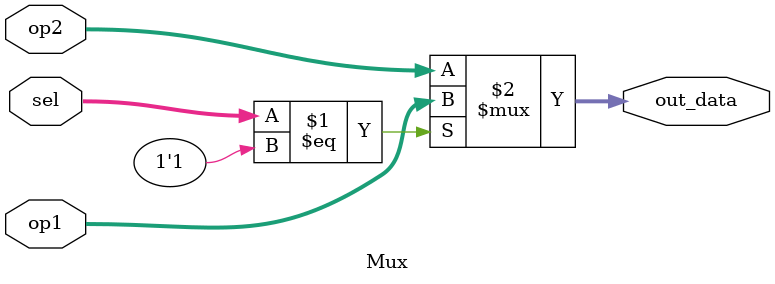
<source format=sv>
`timescale 1ns / 1ps


module Mux(
    input logic [31:0]  op1,
    input logic [31:0]  op2,
    input logic [1:0]   sel,
    output logic[31:0]  out_data
    );
    assign out_data = (sel == 1'b1)?op1:op2;
endmodule

</source>
